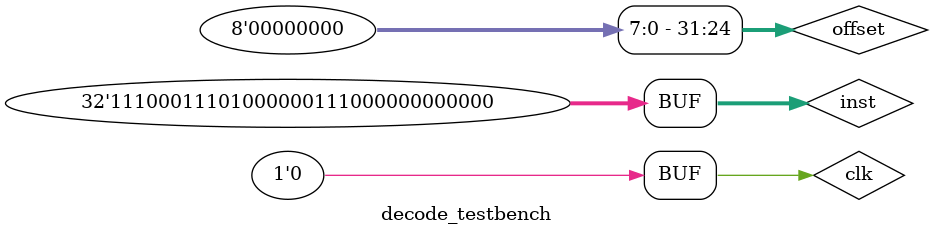
<source format=v>
/* Break instructions to parts

	Input:
		inst: 32-bit instruction
	
	Output:
		bout, lout	: B and BL indicator
		otout			: operand type. 1 if number and 0 otherwise
		offset		: offset for branch
		cond			: condition code
		op				: opcode
		rn, rd, rm	: rn, rd and rm from instruction
		operand		: full operand code
*/
module decode(
	input wire [31:0] inst,
	output wire bout,lout, otout, sout, ldr, str, p, u, bit, w,
	output wire [23:0] offset,
	output wire [3:0] cond, op, rn, rd, rm,
	output wire [11:0] operand,
	output wire [31:0] branchimm
	);
	
	reg [3:0] rn_temp, rd_temp, rm_temp, r1_temp, r2_temp;
	reg [2:0] type;
	reg optype;
	reg b, l;
	reg ldr_temp, str_temp;

	assign branchimm[31:26] = {6{inst[23]}};
   assign branchimm[25:2] = inst[23:0];
   assign branchimm[1:0] = 2'b00;
	assign cond = inst[31:28];
	assign op = inst[24:21];
	assign operand = inst[11:0];
	assign otout  = inst[25];
	assign sout = inst[20];
	assign offset = inst[23:0];
	
	// STR LDR exclusive
	assign p = inst[24];
	assign u = inst[23];
	assign bit = inst[22];
	assign w = inst[21];
  
	assign rn = inst[19:16];
	assign rd = inst[15:12];
	assign rm = inst[3:0];
	assign bout = b;
	assign lout = l;
	assign ldr = ldr_temp;
	assign str = str_temp;
	
	always @ ( * ) begin
		
		type = inst[27:26];
		b = 1'b0; l = 1'b0; ldr_temp = 1'b0; str_temp = 1'b0;
		rn_temp = 4'b0; rd_temp = 4'b0; rm_temp = 4'b0;
		case (type)
			2'b00: begin
						rn_temp = inst[19:16];
						rd_temp = inst[15:12];
						rm_temp = inst[3:0];
					end	
			2'b01: begin
						ldr_temp = inst[20];
						str_temp = ~inst[20];
						
					end
			default: begin
							b = 1'b1;
							if (inst[24]) l = 1'b1;
							else l = 1'b0;
						end
		endcase
	end
endmodule


//   case(condcode)
    // 4'b0000: cond = 0; // EQ
    // 4'b0001: cond = 1; // NE
    // 4'b0010: cond = 2; // CS/HS
    // 4'b0011: cond = 3; // CC/LO
    // 4'b0100: cond = 4; // MI
    // 4'b0101: cond = 5; // PL
    // 4'b0110: cond = 6; // VS
    // 4'b0111: cond = 7; // VC
    // 4'b1000: cond = 8; // HI
    // 4'b1001: cond = 9; // LS
    // 4'b1010: cond = 10; // GE
    // 4'b1011: cond = 11; // LT
    // 4'b1100: cond = 12; // GT
    // 4'b1101: cond = 13; // LE
    // 4'b1110: cond = 14; // AL
    // 4'b1111: cond = 15; // --
  // endcase
  //

  // assign condition = ["EQ","NE","CS/HS","CC/LO","MI","PL","VS","VC","HI","LS","GE","LT","GT","LE","AL","-"];
  // assign operation = ["AND","EOR","SUB","RSB","ADD","ADC","SBC","RSC","TST","TEQ","CMP","CMN","ORR","MOV","BIC","MVN"];

module decode_testbench();
	reg clk;	
	reg [31:0] inst;
	wire bout,lout, otout, sout, ldr, str, p, u, bit, w;
	wire [31:0] offset;
	wire [3:0] cond, op, rn, rd, rm;
	wire [11:0] operand;
	wire [31:0] branchimm;

	decode dut(inst, bout,lout, otout, sout, ldr, str, p, u, bit, w, offset, cond, op, rn, rd, rm, operand, branchimm);

	// Set up the clock.
	always begin
		clk = 1; #5; clk = 0; #5;
	end

	// Set up the inputs to the design. Each line is a clock cycle.
	integer i;
	initial begin
																		#10;
		inst <= 32'b11100011101000000111000000000000;	#10;
																		#10;
  end
endmodule

</source>
